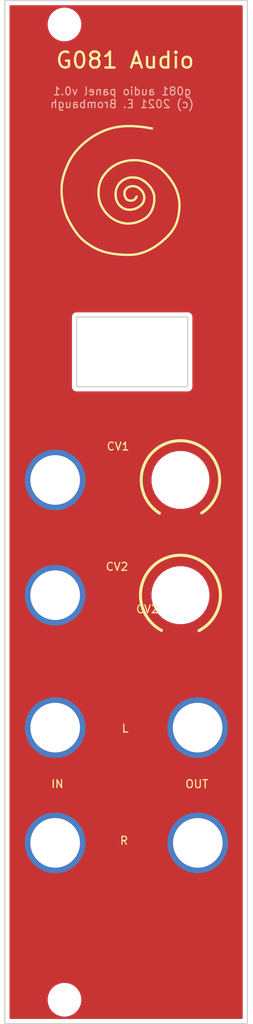
<source format=kicad_pcb>
(kicad_pcb (version 20240108) (generator "pcbnew") (generator_version "8.0")
  (layers (0 "F.Cu" signal) (31 "B.Cu" signal) (34 "B.Paste" user) (35 "F.Paste" user) (36 "B.SilkS" user "B.Silkscreen") (37 "F.SilkS" user "F.Silkscreen") (38 "B.Mask" user) (39 "F.Mask" user) (44 "Edge.Cuts" user))
  (net 0 "")
  (net 1 "GND")
  (footprint "footprints:Mount_Hole_Thonk" (layer "F.Cu") (at 106.6546 131.4704)
    (property "Reference" "H6" (at 0 0.5 0) (layer "F.SilkS"))
    (property "Value" "MountingHole_Pad")
    (pad "1" thru_hole circle (at 0 0) (size 7.62 7.62) (drill 6.233) (layers "*.Cu" "*.Mask" "In1.Cu" "In2.Cu" "In3.Cu" "In4.Cu" "In5.Cu" "In6.Cu" "In7.Cu" "In8.Cu" "In9.Cu" "In10.Cu" "In11.Cu" "In12.Cu" "In13.Cu" "In14.Cu" "In15.Cu" "In16.Cu" "In17.Cu" "In18.Cu" "In19.Cu" "In20.Cu" "In21.Cu" "In22.Cu" "In23.Cu" "In24.Cu" "In25.Cu" "In26.Cu" "In27.Cu" "In28.Cu" "In29.Cu" "In30.Cu") (net 1 "GND"))
  )
  (footprint "footprints:Mount_Hole_Thonk" (layer "F.Cu") (at 124.5616 131.4704)
    (property "Reference" "H14" (at 0 0.5 0) (layer "F.SilkS"))
    (property "Value" "MountingHole_Pad")
    (pad "1" thru_hole circle (at 0 0) (size 7.62 7.62) (drill 6.233) (layers "*.Cu" "*.Mask" "In1.Cu" "In2.Cu" "In3.Cu" "In4.Cu" "In5.Cu" "In6.Cu" "In7.Cu" "In8.Cu" "In9.Cu" "In10.Cu" "In11.Cu" "In12.Cu" "In13.Cu" "In14.Cu" "In15.Cu" "In16.Cu" "In17.Cu" "In18.Cu" "In19.Cu" "In20.Cu" "In21.Cu" "In22.Cu" "In23.Cu" "In24.Cu" "In25.Cu" "In26.Cu" "In27.Cu" "In28.Cu" "In29.Cu" "In30.Cu") (net 1 "GND"))
  )
  (footprint "footprints:Mount_Hole_Thonk" (layer "F.Cu") (at 124.587 145.9484)
    (property "Reference" "H15" (at 0 0.5 0) (layer "F.SilkS"))
    (property "Value" "MountingHole_Pad")
    (pad "1" thru_hole circle (at 0 0) (size 7.62 7.62) (drill 6.233) (layers "*.Cu" "*.Mask" "In1.Cu" "In2.Cu" "In3.Cu" "In4.Cu" "In5.Cu" "In6.Cu" "In7.Cu" "In8.Cu" "In9.Cu" "In10.Cu" "In11.Cu" "In12.Cu" "In13.Cu" "In14.Cu" "In15.Cu" "In16.Cu" "In17.Cu" "In18.Cu" "In19.Cu" "In20.Cu" "In21.Cu" "In22.Cu" "In23.Cu" "In24.Cu" "In25.Cu" "In26.Cu" "In27.Cu" "In28.Cu" "In29.Cu" "In30.Cu") (net 1 "GND"))
  )
  (footprint "footprints:Mount_Hole_Thonk" (layer "F.Cu") (at 106.6546 100.3554)
    (property "Reference" "H18" (at 0 0.5 0) (layer "F.SilkS"))
    (property "Value" "MountingHole_Pad")
    (pad "1" thru_hole circle (at 0 0) (size 7.62 7.62) (drill 6.233) (layers "*.Cu" "*.Mask" "In1.Cu" "In2.Cu" "In3.Cu" "In4.Cu" "In5.Cu" "In6.Cu" "In7.Cu" "In8.Cu" "In9.Cu" "In10.Cu" "In11.Cu" "In12.Cu" "In13.Cu" "In14.Cu" "In15.Cu" "In16.Cu" "In17.Cu" "In18.Cu" "In19.Cu" "In20.Cu" "In21.Cu" "In22.Cu" "In23.Cu" "In24.Cu" "In25.Cu" "In26.Cu" "In27.Cu" "In28.Cu" "In29.Cu" "In30.Cu") (net 1 "GND"))
  )
  (footprint "footprints:Mount_Hole_Thonk" (layer "F.Cu") (at 106.6546 114.8334)
    (property "Reference" "H19" (at 0 0.5 0) (layer "F.SilkS"))
    (property "Value" "MountingHole_Pad")
    (pad "1" thru_hole circle (at 0 0) (size 7.62 7.62) (drill 6.233) (layers "*.Cu" "*.Mask" "In1.Cu" "In2.Cu" "In3.Cu" "In4.Cu" "In5.Cu" "In6.Cu" "In7.Cu" "In8.Cu" "In9.Cu" "In10.Cu" "In11.Cu" "In12.Cu" "In13.Cu" "In14.Cu" "In15.Cu" "In16.Cu" "In17.Cu" "In18.Cu" "In19.Cu" "In20.Cu" "In21.Cu" "In22.Cu" "In23.Cu" "In24.Cu" "In25.Cu" "In26.Cu" "In27.Cu" "In28.Cu" "In29.Cu" "In30.Cu") (net 1 "GND"))
  )
  (footprint "footprints:Mount_Hole_Thonk" (layer "F.Cu") (at 106.6546 145.9484)
    (property "Reference" "H7" (at 0 0.5 0) (layer "F.SilkS"))
    (property "Value" "MountingHole_Pad")
    (pad "1" thru_hole circle (at 0 0) (size 7.62 7.62) (drill 6.233) (layers "*.Cu" "*.Mask" "In1.Cu" "In2.Cu" "In3.Cu" "In4.Cu" "In5.Cu" "In6.Cu" "In7.Cu" "In8.Cu" "In9.Cu" "In10.Cu" "In11.Cu" "In12.Cu" "In13.Cu" "In14.Cu" "In15.Cu" "In16.Cu" "In17.Cu" "In18.Cu" "In19.Cu" "In20.Cu" "In21.Cu" "In22.Cu" "In23.Cu" "In24.Cu" "In25.Cu" "In26.Cu" "In27.Cu" "In28.Cu" "In29.Cu" "In30.Cu") (net 1 "GND"))
  )
  (footprint "footprints:avatar" (layer "F.Cu") (at 115.062 62.738)
    (property "Reference" "Ref**" (hide yes))
    (property "Value" "Val**" (hide yes))
    (fp_poly (pts (xy 1.386381 -6.975417) (xy 1.97671 -6.936206) (xy 2.593709 -6.869012) (xy 3.239775 -6.774165) (xy 3.513667 -6.727352) (xy 3.633075 -6.706037) (xy 3.73694 -6.687274) (xy 3.818543 -6.672295) (xy 3.871166 -6.662332) (xy 3.888185 -6.658681) (xy 3.886397 -6.637112) (xy 3.876062 -6.580883) (xy 3.858454 -6.49651) (xy 3.842039 -6.42223) (xy 3.832086 -6.378043) (xy 3.561752 -6.42812) (xy 2.911862 -6.537546) (xy 2.292121 -6.61925) (xy 1.700695 -6.673246) (xy 1.135752 -6.699548) (xy 0.595458 -6.698171) (xy 0.07798 -6.669128) (xy -0.418514 -6.612435) (xy -0.895857 -6.528104) (xy -1.171446 -6.464843) (xy -1.701797 -6.311058) (xy -2.226876 -6.116898) (xy -2.743727 -5.884259) (xy -3.249394 -5.615037) (xy -3.740923 -5.311127) (xy -4.21536 -4.974424) (xy -4.669748 -4.606825) (xy -5.101133 -4.210224) (xy -5.50656 -3.786518) (xy -5.706232 -3.556) (xy -5.919818 -3.287335) (xy -6.117107 -3.010236) (xy -6.300908 -2.719515) (xy -6.474029 -2.409986) (xy -6.63928 -2.076463) (xy -6.799468 -1.713759) (xy -6.957403 -1.316688) (xy -7.040601 -1.092065) (xy -7.160209 -0.742618) (xy -7.256647 -0.415907) (xy -7.332282 -0.1009) (xy -7.389478 0.213432) (xy -7.430599 0.538119) (xy -7.455489 0.843088) (xy -7.467074 1.257508) (xy -7.451652 1.691036) (xy -7.410663 2.136833) (xy -7.345546 2.588058) (xy -7.257743 3.037872) (xy -7.148694 3.479435) (xy -7.019838 3.905908) (xy -6.872618 4.310451) (xy -6.708472 4.686224) (xy -6.602022 4.895845) (xy -6.379604 5.298865) (xy -6.166147 5.664489) (xy -5.959124 5.996068) (xy -5.756009 6.29695) (xy -5.554277 6.570486) (xy -5.3514 6.820026) (xy -5.144854 7.048918) (xy -4.932113 7.260513) (xy -4.710649 7.45816) (xy -4.602199 7.547697) (xy -4.489333 7.633945) (xy -4.34761 7.734959) (xy -4.1854 7.845357) (xy -4.011076 7.959755) (xy -3.833011 8.072768) (xy -3.659574 8.179013) (xy -3.499139 8.273105) (xy -3.360078 8.349662) (xy -3.334484 8.362951) (xy -2.985297 8.529489) (xy -2.626301 8.675444) (xy -2.253539 8.801712) (xy -1.863055 8.909195) (xy -1.450894 8.998789) (xy -1.0131 9.071395) (xy -0.545715 9.127911) (xy -0.044786 9.169235) (xy 0.297678 9.188238) (xy 0.648963 9.199587) (xy 0.967175 9.198962) (xy 1.260109 9.185435) (xy 1.535558 9.158073) (xy 1.801319 9.115947) (xy 2.065185 9.058127) (xy 2.33495 8.983681) (xy 2.529417 8.921864) (xy 3.01226 8.739791) (xy 3.484241 8.518587) (xy 3.946063 8.257791) (xy 4.398428 7.956947) (xy 4.842037 7.615593) (xy 5.277593 7.233272) (xy 5.61066 6.907887) (xy 5.874221 6.625098) (xy 6.101781 6.350178) (xy 6.297228 6.076818) (xy 6.464448 5.798708) (xy 6.60733 5.50954) (xy 6.729761 5.203005) (xy 6.808779 4.963584) (xy 6.89538 4.640841) (xy 6.965834 4.298661) (xy 7.019406 3.945566) (xy 7.055361 3.590078) (xy 7.072965 3.240717) (xy 7.071482 2.906004) (xy 7.050179 2.594461) (xy 7.027796 2.423584) (xy 6.933675 1.961466) (xy 6.798964 1.508205) (xy 6.623472 1.063431) (xy 6.407005 0.626775) (xy 6.149372 0.197867) (xy 5.85038 -0.223662) (xy 5.509836 -0.638181) (xy 5.329113 -0.837386) (xy 5.150325 -1.023313) (xy 4.98703 -1.18108) (xy 4.830967 -1.317568) (xy 4.673874 -1.439657) (xy 4.50749 -1.554228) (xy 4.352013 -1.651188) (xy 4.117595 -1.779033) (xy 3.849789 -1.90287) (xy 3.557527 -2.019723) (xy 3.249742 -2.12662) (xy 2.935367 -2.220584) (xy 2.623335 -2.298643) (xy 2.322577 -2.357822) (xy 2.155868 -2.382444) (xy 1.977113 -2.399221) (xy 1.770887 -2.408673) (xy 1.548643 -2.411038) (xy 1.321836 -2.406551) (xy 1.101918 -2.395449) (xy 0.900343 -2.37797) (xy 0.728565 -2.354349) (xy 0.719667 -2.352779) (xy 0.276481 -2.255307) (xy -0.138971 -2.126206) (xy -0.527792 -1.964841) (xy -0.891082 -1.770578) (xy -1.229942 -1.542782) (xy -1.545475 -1.280818) (xy -1.838781 -0.984053) (xy -2.013193 -0.778253) (xy -2.193969 -0.539483) (xy -2.343389 -0.312655) (xy -2.46671 -0.08846) (xy -2.56919 0.142412) (xy -2.634108 0.32126) (xy -2.689938 0.498543) (xy -2.732533 0.659423) (xy -2.76379 0.815452) (xy -2.785605 0.978182) (xy -2.799874 1.159164) (xy -2.808493 1.369949) (xy -2.808941 1.386417) (xy -2.811661 1.62558) (xy -2.805292 1.835262) (xy -2.788556 2.027588) (xy -2.760174 2.214685) (xy -2.718868 2.408677) (xy -2.688405 2.529433) (xy -2.658197 2.641159) (xy -2.631174 2.732076) (xy -2.60314 2.812927) (xy -2.569902 2.894452) (xy -2.527265 2.987393) (xy -2.471035 3.102493) (xy -2.441582 3.161576) (xy -2.241417 3.516785) (xy -2.010352 3.844827) (xy -1.750107 4.143992) (xy -1.462406 4.412571) (xy -1.148971 4.648854) (xy -0.811525 4.85113) (xy -0.665902 4.924183) (xy -0.307084 5.072934) (xy 0.053387 5.179413) (xy 0.415569 5.243618) (xy 0.779519 5.265549) (xy 1.145294 5.245203) (xy 1.512953 5.182579) (xy 1.882552 5.077677) (xy 2.254148 4.930494) (xy 2.417189 4.852894) (xy 2.668232 4.717544) (xy 2.880178 4.581744) (xy 3.056227 4.443288) (xy 3.165877 4.337184) (xy 3.366243 4.093097) (xy 3.537455 3.820953) (xy 3.678213 3.524576) (xy 3.787215 3.207787) (xy 3.863161 2.874412) (xy 3.904749 2.528273) (xy 3.910679 2.173193) (xy 3.909844 2.150999) (xy 3.898252 1.975525) (xy 3.87676 1.823542) (xy 3.841843 1.681592) (xy 3.789975 1.53622) (xy 3.717628 1.373969) (xy 3.692845 1.322917) (xy 3.568175 1.097581) (xy 3.421049 0.885705) (xy 3.244797 0.678431) (xy 3.08678 0.518065) (xy 2.818731 0.284434) (xy 2.5394 0.089121) (xy 2.25548 -0.065845) (xy 2.159186 -0.110374) (xy 2.078558 -0.142844) (xy 2.000534 -0.167044) (xy 1.912048 -0.186761) (xy 1.800039 -0.205781) (xy 1.742849 -0.214472) (xy 1.454467 -0.24631) (xy 1.192183 -0.250274) (xy 0.949021 -0.224919) (xy 0.718006 -0.168798) (xy 0.492165 -0.080465) (xy 0.264522 0.041525) (xy 0.146457 0.116518) (xy -0.065198 0.280075) (xy -0.245635 0.46893) (xy -0.39634 0.685235) (xy -0.5188 0.931141) (xy -0.614502 1.208801) (xy -0.618889 1.224568) (xy -0.636647 1.296441) (xy -0.649121 1.368229) (xy -0.657158 1.44966) (xy -0.661608 1.550462) (xy -0.663318 1.680364) (xy -0.663426 1.735667) (xy -0.6604 1.919719) (xy -0.649627 2.073299) (xy -0.628565 2.207948) (xy -0.594669 2.335204) (xy -0.545396 2.466609) (xy -0.478205 2.613703) (xy -0.463145 2.644494) (xy -0.407613 2.752023) (xy -0.356073 2.836903) (xy -0.298377 2.913221) (xy -0.224371 2.995061) (xy -0.171824 3.048753) (xy 0.0056 3.209358) (xy 0.18402 3.332669) (xy 0.37199 3.423046) (xy 0.578063 3.484849) (xy 0.740834 3.51388) (xy 0.974892 3.527008) (xy 1.216294 3.50565) (xy 1.458429 3.452591) (xy 1.694687 3.370614) (xy 1.918457 3.262506) (xy 2.123127 3.131051) (xy 2.302087 2.979034) (xy 2.448726 2.80924) (xy 2.463604 2.78814) (xy 2.564888 2.604248) (xy 2.628378 2.403101) (xy 2.652801 2.188854) (xy 2.653038 2.169584) (xy 2.636941 1.955519) (xy 2.585534 1.756281) (xy 2.496954 1.56767) (xy 2.36934 1.385485) (xy 2.244268 1.247904) (xy 2.058873 1.086745) (xy 1.865615 0.967107) (xy 1.663947 0.888813) (xy 1.453324 0.851687) (xy 1.233196 0.855553) (xy 1.094956 0.877767) (xy 0.906968 0.935824) (xy 0.748517 1.021803) (xy 0.62098 1.132015) (xy 0.525734 1.262774) (xy 0.464155 1.410391) (xy 0.437621 1.571178) (xy 0.447508 1.741448) (xy 0.495194 1.917514) (xy 0.582055 2.095687) (xy 0.618752 2.15314) (xy 0.692676 2.247313) (xy 0.771712 2.312937) (xy 0.864988 2.354232) (xy 0.98163 2.375415) (xy 1.11125 2.38077) (xy 1.213095 2.378807) (xy 1.285818 2.371236) (xy 1.34249 2.355875) (xy 1.389131 2.334358) (xy 1.480566 2.27007) (xy 1.567398 2.182105) (xy 1.638096 2.084027) (xy 1.680492 1.99159) (xy 1.700299 1.932891) (xy 1.720949 1.904916) (xy 1.753247 1.897243) (xy 1.777747 1.897793) (xy 1.849712 1.904468) (xy 1.919343 1.914892) (xy 1.967669 1.927182) (xy 1.98433 1.948097) (xy 1.979639 1.99175) (xy 1.978745 1.996183) (xy 1.962609 2.051042) (xy 1.934348 2.126309) (xy 1.904849 2.194999) (xy 1.813213 2.346058) (xy 1.691011 2.472208) (xy 1.543792 2.570627) (xy 1.377105 2.638492) (xy 1.196498 2.672983) (xy 1.007521 2.671276) (xy 0.976086 2.667343) (xy 0.792571 2.628097) (xy 0.637663 2.567299) (xy 0.51539 2.486769) (xy 0.465478 2.437039) (xy 0.34461 2.268492) (xy 0.250853 2.080639) (xy 0.186707 1.882078) (xy 0.154667 1.681403) (xy 0.157231 1.487211) (xy 0.168337 1.414127) (xy 0.216275 1.243146) (xy 0.291645 1.093073) (xy 0.400714 0.952361) (xy 0.442893 0.90829) (xy 0.588763 0.783058) (xy 0.747836 0.688802) (xy 0.925645 0.623519) (xy 1.127725 0.585207) (xy 1.359611 0.571862) (xy 1.372711 0.571813) (xy 1.487951 0.573103) (xy 1.57607 0.578782) (xy 1.652224 0.591041) (xy 1.731568 0.612071) (xy 1.797082 0.633171) (xy 2.034714 0.733452) (xy 2.251379 0.866128) (xy 2.443997 1.027302) (xy 2.609488 1.213075) (xy 2.744775 1.419548) (xy 2.846777 1.642822) (xy 2.912415 1.878999) (xy 2.936759 2.076154) (xy 2.933758 2.294272) (xy 2.898064 2.501602) (xy 2.827243 2.710021) (xy 2.789653 2.794) (xy 2.691914 2.958394) (xy 2.55835 3.120958) (xy 2.395324 3.276354) (xy 2.209198 3.419243) (xy 2.006335 3.544287) (xy 1.793098 3.646148) (xy 1.756838 3.660557) (xy 1.486508 3.744972) (xy 1.207744 3.794657) (xy 0.92794 3.80929) (xy 0.654486 3.788549) (xy 0.394776 3.732113) (xy 0.359834 3.721313) (xy 0.111777 3.620246) (xy -0.114519 3.485238) (xy -0.31752 3.319538) (xy -0.495688 3.126395) (xy -0.647488 2.909059) (xy -0.771384 2.670779) (xy -0.86584 2.414803) (xy -0.92932 2.144381) (xy -0.960287 1.862762) (xy -0.957206 1.573196) (xy -0.918541 1.278931) (xy -0.878014 1.102927) (xy -0.779993 0.811724) (xy -0.648937 0.546599) (xy -0.484468 0.30711) (xy -0.286206 0.092815) (xy -0.053774 -0.096729) (xy 0.213206 -0.261962) (xy 0.348781 -0.330429) (xy 0.571813 -0.421735) (xy 0.800758 -0.486006) (xy 1.041258 -0.523774) (xy 1.298953 -0.535571) (xy 1.579484 -0.521928) (xy 1.888492 -0.483379) (xy 1.919087 -0.478513) (xy 2.146092 -0.423163) (xy 2.381113 -0.331302) (xy 2.619387 -0.206776) (xy 2.856155 -0.053432) (xy 3.086656 0.124881) (xy 3.30613 0.324316) (xy 3.509817 0.541026) (xy 3.692955 0.771163) (xy 3.850784 1.01088) (xy 3.922763 1.14092) (xy 4.029829 1.368756) (xy 4.110327 1.589923) (xy 4.165409 1.812129) (xy 4.19623 2.043081) (xy 4.203942 2.290488) (xy 4.1897 2.562056) (xy 4.167011 2.772834) (xy 4.103093 3.133069) (xy 4.005438 3.474338) (xy 3.875372 3.794201) (xy 3.714217 4.090218) (xy 3.523296 4.35995) (xy 3.303932 4.600957) (xy 3.064344 4.805644) (xy 2.965036 4.873356) (xy 2.835812 4.951304) (xy 2.686243 5.034462) (xy 2.525899 5.117802) (xy 2.36435 5.196297) (xy 2.211165 5.264921) (xy 2.117095 5.303213) (xy 1.785175 5.413501) (xy 1.447695 5.489039) (xy 1.097343 5.531008) (xy 0.726806 5.540587) (xy 0.656167 5.538924) (xy 0.435138 5.528211) (xy 0.242591 5.509226) (xy 0.06509 5.479621) (xy -0.110801 5.437045) (xy -0.298517 5.379149) (xy -0.342023 5.364369) (xy -0.733419 5.207908) (xy -1.100978 5.016701) (xy -1.443661 4.791672) (xy -1.760431 4.533743) (xy -2.05025 4.243839) (xy -2.312078 3.922884) (xy -2.54488 3.571799) (xy -2.719799 3.249084) (xy -2.833278 2.998251) (xy -2.923556 2.751366) (xy -2.994057 2.496483) (xy -3.048207 2.221656) (xy -3.080826 1.989667) (xy -3.108322 1.599567) (xy -3.098178 1.206795) (xy -3.051348 0.817475) (xy -2.968785 0.43773) (xy -2.851445 0.073683) (xy -2.74229 -0.183046) (xy -2.614264 -0.42279) (xy -2.454704 -0.671887) (xy -2.27041 -0.921727) (xy -2.068182 -1.163698) (xy -1.854818 -1.38919) (xy -1.637119 -1.589592) (xy -1.620593 -1.60355) (xy -1.283454 -1.859141) (xy -0.921138 -2.082611) (xy -0.536921 -2.273181) (xy -0.134081 -2.430075) (xy 0.284106 -2.552516) (xy 0.714364 -2.639726) (xy 1.153416 -2.69093) (xy 1.597987 -2.705349) (xy 2.044798 -2.682207) (xy 2.490575 -2.620727) (xy 2.589025 -2.601809) (xy 2.943579 -2.519177) (xy 3.297974 -2.415669) (xy 3.645509 -2.294088) (xy 3.979485 -2.157238) (xy 4.293204 -2.007921) (xy 4.579964 -1.848942) (xy 4.833068 -1.683102) (xy 4.896114 -1.636489) (xy 5.083422 -1.48287) (xy 5.284838 -1.297151) (xy 5.494983 -1.084817) (xy 5.708481 -0.851349) (xy 5.919955 -0.602233) (xy 5.9661 -0.54534) (xy 6.285713 -0.119406) (xy 6.563412 0.311876) (xy 6.799367 0.74925) (xy 6.993746 1.193459) (xy 7.14672 1.645247) (xy 7.258456 2.105359) (xy 7.329124 2.574537) (xy 7.358893 3.053527) (xy 7.347932 3.543071) (xy 7.296409 4.043914) (xy 7.204495 4.556799) (xy 7.164865 4.73075) (xy 7.06677 5.091712) (xy 6.949811 5.429909) (xy 6.811129 5.749974) (xy 6.647869 6.056537) (xy 6.457172 6.354228) (xy 6.236182 6.647679) (xy 5.982041 6.941521) (xy 5.691892 7.240384) (xy 5.508098 7.415878) (xy 5.073951 7.79745) (xy 4.630164 8.142512) (xy 4.178356 8.450127) (xy 3.720149 8.719359) (xy 3.257165 8.949272) (xy 2.791023 9.138928) (xy 2.323347 9.287392) (xy 2.2225 9.313904) (xy 2.044022 9.357473) (xy 1.884327 9.392234) (xy 1.734586 9.419209) (xy 1.585971 9.439416) (xy 1.429651 9.453876) (xy 1.2568 9.463606) (xy 1.058588 9.469627) (xy 0.846667 9.472762) (xy 0.674179 9.473718) (xy 0.500448 9.473319) (xy 0.334378 9.471685) (xy 0.184872 9.468936) (xy 0.060835 9.465192) (xy -0.021166 9.461102) (xy -0.616506 9.408955) (xy -1.177228 9.334015) (xy -1.704602 9.235946) (xy -2.199896 9.114411) (xy -2.66438 8.969074) (xy -3.09932 8.7996) (xy -3.505988 8.605652) (xy -3.739172 8.476087) (xy -3.882451 8.389069) (xy -4.042704 8.28693) (xy -4.212048 8.175099) (xy -4.382599 8.059002) (xy -4.546474 7.944068) (xy -4.695789 7.835723) (xy -4.822662 7.739396) (xy -4.900083 7.676841) (xy -5.185082 7.418986) (xy -5.460801 7.132108) (xy -5.729532 6.813371) (xy -5.993567 6.459939) (xy -6.255198 6.068975) (xy -6.433937 5.7785) (xy -6.504733 5.657985) (xy -6.582359 5.522849) (xy -6.663632 5.378928) (xy -6.745368 5.232053) (xy -6.824385 5.088058) (xy -6.897501 4.952776) (xy -6.961533 4.832042) (xy -7.013298 4.731687) (xy -7.049614 4.657547) (xy -7.065315 4.621271) (xy -7.150689 4.388135) (xy -7.22265 4.186736) (xy -7.28361 4.009544) (xy -7.335977 3.84903) (xy -7.382163 3.697666) (xy -7.424575 3.547923) (xy -7.465625 3.39227) (xy -7.490974 3.291417) (xy -7.562195 2.989514) (xy -7.61919 2.712973) (xy -7.663249 2.451044) (xy -7.695661 2.192982) (xy -7.717717 1.928037) (xy -7.730706 1.645463) (xy -7.73592 1.334511) (xy -7.736161 1.248834) (xy -7.735117 1.009141) (xy -7.731278 0.80337) (xy -7.723896 0.623159) (xy -7.71222 0.460146) (xy -7.695501 0.305968) (xy -7.672989 0.152263) (xy -7.643935 -0.00933) (xy -7.607588 -0.187174) (xy -7.607282 -0.188607) (xy -7.53032 -0.503938) (xy -7.430006 -0.843085) (xy -7.309919 -1.197201) (xy -7.173636 -1.557436) (xy -7.024734 -1.914942) (xy -6.866792 -2.260873) (xy -6.703386 -2.586378) (xy -6.538094 -2.882611) (xy -6.477935 -2.981802) (xy -6.21007 -3.378651) (xy -5.903847 -3.770788) (xy -5.56323 -4.154422) (xy -5.192185 -4.52576) (xy -4.794677 -4.88101) (xy -4.374672 -5.216379) (xy -3.936133 -5.528075) (xy -3.577166 -5.756305) (xy -3.121756 -6.014965) (xy -2.663637 -6.242362) (xy -2.200413 -6.438823) (xy -1.729687 -6.604677) (xy -1.249064 -6.740251) (xy -0.756147 -6.845874) (xy -0.24854 -6.921874) (xy 0.276153 -6.968579) (xy 0.820328 -6.986317) (xy 1.386381 -6.975417)) (stroke (width 0.01)) (fill solid) (layer "F.SilkS"))
  )
  (footprint "footprints:Mount_Hole_Euro_Rack" (layer "F.Cu") (at 107.823 43.1292)
    (property "Reference" "H1" (at 0 0.5 0) (layer "F.SilkS"))
    (property "Value" "MountingHole")
    (pad "" np_thru_hole circle (at 0 0) (size 3.2 3.2) (drill 3.2) (layers "*.Cu" "*.Mask" "In1.Cu" "In2.Cu" "In3.Cu" "In4.Cu" "In5.Cu" "In6.Cu" "In7.Cu" "In8.Cu" "In9.Cu" "In10.Cu" "In11.Cu" "In12.Cu" "In13.Cu" "In14.Cu" "In15.Cu" "In16.Cu" "In17.Cu" "In18.Cu" "In19.Cu" "In20.Cu" "In21.Cu" "In22.Cu" "In23.Cu" "In24.Cu" "In25.Cu" "In26.Cu" "In27.Cu" "In28.Cu" "In29.Cu" "In30.Cu") (clearance 0.3))
  )
  (footprint "footprints:Mount_Hole_Euro_Rack" (layer "F.Cu") (at 107.823 165.6588)
    (property "Reference" "H8" (at 0 0.5 0) (layer "F.SilkS"))
    (property "Value" "MountingHole")
    (pad "" np_thru_hole circle (at 0 0) (size 3.2 3.2) (drill 3.2) (layers "*.Cu" "*.Mask" "In1.Cu" "In2.Cu" "In3.Cu" "In4.Cu" "In5.Cu" "In6.Cu" "In7.Cu" "In8.Cu" "In9.Cu" "In10.Cu" "In11.Cu" "In12.Cu" "In13.Cu" "In14.Cu" "In15.Cu" "In16.Cu" "In17.Cu" "In18.Cu" "In19.Cu" "In20.Cu" "In21.Cu" "In22.Cu" "In23.Cu" "In24.Cu" "In25.Cu" "In26.Cu" "In27.Cu" "In28.Cu" "In29.Cu" "In30.Cu") (clearance 0.3))
  )
  (footprint "footprints:Mount_Hole_Song_Huei" (layer "F.Cu") (at 122.4026 100.3554)
    (property "Reference" "H2" (at 0 0.5 0) (layer "F.SilkS"))
    (property "Value" "MountingHole_Pad")
    (pad "" np_thru_hole circle (at 0 0) (size 6.2484 6.2484) (drill 6.2484) (layers "*.Cu" "*.Mask" "In1.Cu" "In2.Cu" "In3.Cu" "In4.Cu" "In5.Cu" "In6.Cu" "In7.Cu" "In8.Cu" "In9.Cu" "In10.Cu" "In11.Cu" "In12.Cu" "In13.Cu" "In14.Cu" "In15.Cu" "In16.Cu" "In17.Cu" "In18.Cu" "In19.Cu" "In20.Cu" "In21.Cu" "In22.Cu" "In23.Cu" "In24.Cu" "In25.Cu" "In26.Cu" "In27.Cu" "In28.Cu" "In29.Cu" "In30.Cu") (clearance 0.3))
  )
  (footprint "footprints:Mount_Hole_Song_Huei" (layer "F.Cu") (at 122.4026 114.8334)
    (property "Reference" "H3" (at 0 0.5 0) (layer "F.SilkS"))
    (property "Value" "MountingHole_Pad")
    (pad "" np_thru_hole circle (at 0 0) (size 6.2484 6.2484) (drill 6.2484) (layers "*.Cu" "*.Mask" "In1.Cu" "In2.Cu" "In3.Cu" "In4.Cu" "In5.Cu" "In6.Cu" "In7.Cu" "In8.Cu" "In9.Cu" "In10.Cu" "In11.Cu" "In12.Cu" "In13.Cu" "In14.Cu" "In15.Cu" "In16.Cu" "In17.Cu" "In18.Cu" "In19.Cu" "In20.Cu" "In21.Cu" "In22.Cu" "In23.Cu" "In24.Cu" "In25.Cu" "In26.Cu" "In27.Cu" "In28.Cu" "In29.Cu" "In30.Cu") (clearance 0.3))
  )
  (gr_arc (start 120.015 119.253) (mid 122.436362 109.810218) (end 124.730576 119.284695) (stroke (width 0.381)) (layer "F.SilkS"))
  (gr_arc (start 119.761 104.521) (mid 122.384831 95.422859) (end 125.074144 104.50186) (stroke (width 0.381)) (layer "F.SilkS"))
  (gr_line (start 100.33 40.132) (end 100.33 168.656) (stroke (width 0.15)) (layer "Edge.Cuts"))
  (gr_line (start 109.347 88.646) (end 123.317 88.646) (stroke (width 0.15)) (layer "Edge.Cuts"))
  (gr_line (start 109.347 79.883) (end 109.347 88.646) (stroke (width 0.15)) (layer "Edge.Cuts"))
  (gr_line (start 123.317 79.883) (end 123.317 88.646) (stroke (width 0.15)) (layer "Edge.Cuts"))
  (gr_line (start 100.33 168.656) (end 130.81 168.656) (stroke (width 0.15)) (layer "Edge.Cuts"))
  (gr_line (start 109.347 79.883) (end 123.317 79.883) (stroke (width 0.15)) (layer "Edge.Cuts"))
  (gr_line (start 130.81 40.132) (end 100.33 40.132) (stroke (width 0.15)) (layer "Edge.Cuts"))
  (gr_line (start 130.81 168.656) (end 130.81 40.132) (stroke (width 0.15)) (layer "Edge.Cuts"))
  (gr_text "g081 audio panel v0.1\n(c) 2021 E. Brombaugh" (at 115.062 52.324 0) (layer "B.SilkS") (effects (font (size 1 1)) (justify mirror)))
  (gr_text "R" (at 115.316 145.669 0) (layer "F.SilkS") (effects (font (size 1 1))))
  (gr_text "CV2" (at 114.427 111.252 0) (layer "F.SilkS") (effects (font (size 1 1))))
  (gr_text "IN" (at 106.934 138.557 0) (layer "F.SilkS") (effects (font (size 1 1))))
  (gr_text "L" (at 115.443 131.572 0) (layer "F.SilkS") (effects (font (size 1 1))))
  (gr_text "CV2" (at 118.237 116.586 0) (layer "F.SilkS") (effects (font (size 1 1))))
  (gr_text "CV1" (at 114.554 96.139 0) (layer "F.SilkS") (effects (font (size 1 1))))
  (gr_text "OUT" (at 124.46 138.557 0) (layer "F.SilkS") (effects (font (size 1 1))))
  (gr_text "G081 Audio" (at 115.443 47.625 0) (layer "F.SilkS") (effects (font (size 2 2) (thickness 0.3))))
  (zone (net 1) (net_name "GND") (layer "F.Cu") (connect_pads yes (clearance 0.508)) (min_thickness 0.254) (fill yes (thermal_gap 0.508) (thermal_bridge_width 0.508))
    (polygon (pts (xy 130.429 168.275) (xy 100.711 168.275) (xy 100.711 40.513) (xy 130.429 40.513)))
  )
)
</source>
